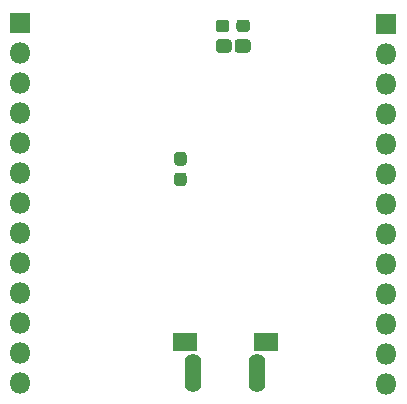
<source format=gbr>
%TF.GenerationSoftware,KiCad,Pcbnew,(5.1.6)-1*%
%TF.CreationDate,2020-07-15T15:52:09-04:00*%
%TF.ProjectId,Arduino Rev 2,41726475-696e-46f2-9052-657620322e6b,rev?*%
%TF.SameCoordinates,Original*%
%TF.FileFunction,Soldermask,Bot*%
%TF.FilePolarity,Negative*%
%FSLAX46Y46*%
G04 Gerber Fmt 4.6, Leading zero omitted, Abs format (unit mm)*
G04 Created by KiCad (PCBNEW (5.1.6)-1) date 2020-07-15 15:52:09*
%MOMM*%
%LPD*%
G01*
G04 APERTURE LIST*
%ADD10O,1.800000X1.800000*%
%ADD11R,1.800000X1.800000*%
%ADD12O,1.400000X3.250000*%
%ADD13R,2.100000X1.500000*%
G04 APERTURE END LIST*
D10*
%TO.C,J602*%
X145250000Y-133730000D03*
X145250000Y-131190000D03*
X145250000Y-128650000D03*
X145250000Y-126110000D03*
X145250000Y-123570000D03*
X145250000Y-121030000D03*
X145250000Y-118490000D03*
X145250000Y-115950000D03*
X145250000Y-113410000D03*
X145250000Y-110870000D03*
X145250000Y-108330000D03*
X145250000Y-105790000D03*
D11*
X145250000Y-103250000D03*
%TD*%
D10*
%TO.C,J601*%
X176250000Y-133790000D03*
X176250000Y-131250000D03*
X176250000Y-128710000D03*
X176250000Y-126170000D03*
X176250000Y-123630000D03*
X176250000Y-121090000D03*
X176250000Y-118550000D03*
X176250000Y-116010000D03*
X176250000Y-113470000D03*
X176250000Y-110930000D03*
X176250000Y-108390000D03*
X176250000Y-105850000D03*
D11*
X176250000Y-103310000D03*
%TD*%
%TO.C,C204*%
G36*
G01*
X163545000Y-103752500D02*
X163545000Y-103227500D01*
G75*
G02*
X163807500Y-102965000I262500J0D01*
G01*
X164432500Y-102965000D01*
G75*
G02*
X164695000Y-103227500I0J-262500D01*
G01*
X164695000Y-103752500D01*
G75*
G02*
X164432500Y-104015000I-262500J0D01*
G01*
X163807500Y-104015000D01*
G75*
G02*
X163545000Y-103752500I0J262500D01*
G01*
G37*
G36*
G01*
X161795000Y-103752500D02*
X161795000Y-103227500D01*
G75*
G02*
X162057500Y-102965000I262500J0D01*
G01*
X162682500Y-102965000D01*
G75*
G02*
X162945000Y-103227500I0J-262500D01*
G01*
X162945000Y-103752500D01*
G75*
G02*
X162682500Y-104015000I-262500J0D01*
G01*
X162057500Y-104015000D01*
G75*
G02*
X161795000Y-103752500I0J262500D01*
G01*
G37*
%TD*%
%TO.C,C203*%
G36*
G01*
X163145000Y-104898809D02*
X163145000Y-105501191D01*
G75*
G02*
X162871191Y-105775000I-273809J0D01*
G01*
X162068809Y-105775000D01*
G75*
G02*
X161795000Y-105501191I0J273809D01*
G01*
X161795000Y-104898809D01*
G75*
G02*
X162068809Y-104625000I273809J0D01*
G01*
X162871191Y-104625000D01*
G75*
G02*
X163145000Y-104898809I0J-273809D01*
G01*
G37*
G36*
G01*
X164745000Y-104898809D02*
X164745000Y-105501191D01*
G75*
G02*
X164471191Y-105775000I-273809J0D01*
G01*
X163668809Y-105775000D01*
G75*
G02*
X163395000Y-105501191I0J273809D01*
G01*
X163395000Y-104898809D01*
G75*
G02*
X163668809Y-104625000I273809J0D01*
G01*
X164471191Y-104625000D01*
G75*
G02*
X164745000Y-104898809I0J-273809D01*
G01*
G37*
%TD*%
D12*
%TO.C,J401*%
X165325000Y-132845000D03*
D13*
X166025000Y-130295000D03*
X159175000Y-130295000D03*
D12*
X159875000Y-132845000D03*
%TD*%
%TO.C,C407*%
G36*
G01*
X159062500Y-115315000D02*
X158537500Y-115315000D01*
G75*
G02*
X158275000Y-115052500I0J262500D01*
G01*
X158275000Y-114427500D01*
G75*
G02*
X158537500Y-114165000I262500J0D01*
G01*
X159062500Y-114165000D01*
G75*
G02*
X159325000Y-114427500I0J-262500D01*
G01*
X159325000Y-115052500D01*
G75*
G02*
X159062500Y-115315000I-262500J0D01*
G01*
G37*
G36*
G01*
X159062500Y-117065000D02*
X158537500Y-117065000D01*
G75*
G02*
X158275000Y-116802500I0J262500D01*
G01*
X158275000Y-116177500D01*
G75*
G02*
X158537500Y-115915000I262500J0D01*
G01*
X159062500Y-115915000D01*
G75*
G02*
X159325000Y-116177500I0J-262500D01*
G01*
X159325000Y-116802500D01*
G75*
G02*
X159062500Y-117065000I-262500J0D01*
G01*
G37*
%TD*%
M02*

</source>
